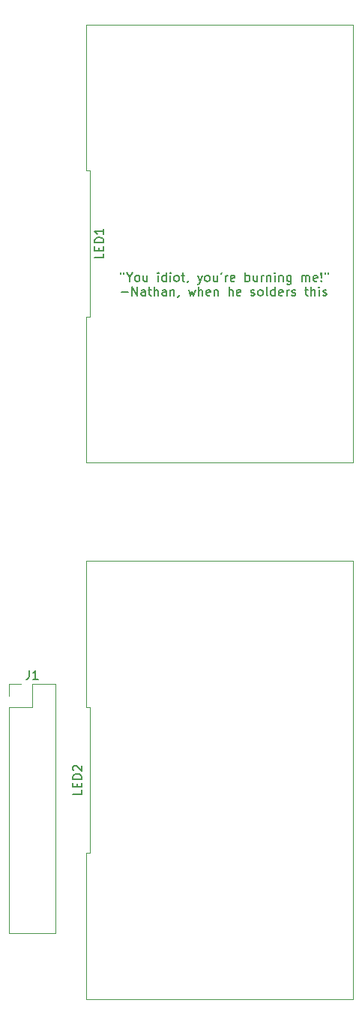
<source format=gbr>
%TF.GenerationSoftware,KiCad,Pcbnew,7.0.1*%
%TF.CreationDate,2023-03-17T17:08:37-04:00*%
%TF.ProjectId,ticker,7469636b-6572-42e6-9b69-6361645f7063,rev?*%
%TF.SameCoordinates,Original*%
%TF.FileFunction,Legend,Top*%
%TF.FilePolarity,Positive*%
%FSLAX46Y46*%
G04 Gerber Fmt 4.6, Leading zero omitted, Abs format (unit mm)*
G04 Created by KiCad (PCBNEW 7.0.1) date 2023-03-17 17:08:37*
%MOMM*%
%LPD*%
G01*
G04 APERTURE LIST*
%ADD10C,0.150000*%
%ADD11C,0.120000*%
G04 APERTURE END LIST*
D10*
X138790476Y-72257619D02*
X138790476Y-72448095D01*
X139171428Y-72257619D02*
X139171428Y-72448095D01*
X139790476Y-72781428D02*
X139790476Y-73257619D01*
X139457143Y-72257619D02*
X139790476Y-72781428D01*
X139790476Y-72781428D02*
X140123809Y-72257619D01*
X140600000Y-73257619D02*
X140504762Y-73210000D01*
X140504762Y-73210000D02*
X140457143Y-73162380D01*
X140457143Y-73162380D02*
X140409524Y-73067142D01*
X140409524Y-73067142D02*
X140409524Y-72781428D01*
X140409524Y-72781428D02*
X140457143Y-72686190D01*
X140457143Y-72686190D02*
X140504762Y-72638571D01*
X140504762Y-72638571D02*
X140600000Y-72590952D01*
X140600000Y-72590952D02*
X140742857Y-72590952D01*
X140742857Y-72590952D02*
X140838095Y-72638571D01*
X140838095Y-72638571D02*
X140885714Y-72686190D01*
X140885714Y-72686190D02*
X140933333Y-72781428D01*
X140933333Y-72781428D02*
X140933333Y-73067142D01*
X140933333Y-73067142D02*
X140885714Y-73162380D01*
X140885714Y-73162380D02*
X140838095Y-73210000D01*
X140838095Y-73210000D02*
X140742857Y-73257619D01*
X140742857Y-73257619D02*
X140600000Y-73257619D01*
X141790476Y-72590952D02*
X141790476Y-73257619D01*
X141361905Y-72590952D02*
X141361905Y-73114761D01*
X141361905Y-73114761D02*
X141409524Y-73210000D01*
X141409524Y-73210000D02*
X141504762Y-73257619D01*
X141504762Y-73257619D02*
X141647619Y-73257619D01*
X141647619Y-73257619D02*
X141742857Y-73210000D01*
X141742857Y-73210000D02*
X141790476Y-73162380D01*
X143028572Y-73257619D02*
X143028572Y-72590952D01*
X143028572Y-72257619D02*
X142980953Y-72305238D01*
X142980953Y-72305238D02*
X143028572Y-72352857D01*
X143028572Y-72352857D02*
X143076191Y-72305238D01*
X143076191Y-72305238D02*
X143028572Y-72257619D01*
X143028572Y-72257619D02*
X143028572Y-72352857D01*
X143933333Y-73257619D02*
X143933333Y-72257619D01*
X143933333Y-73210000D02*
X143838095Y-73257619D01*
X143838095Y-73257619D02*
X143647619Y-73257619D01*
X143647619Y-73257619D02*
X143552381Y-73210000D01*
X143552381Y-73210000D02*
X143504762Y-73162380D01*
X143504762Y-73162380D02*
X143457143Y-73067142D01*
X143457143Y-73067142D02*
X143457143Y-72781428D01*
X143457143Y-72781428D02*
X143504762Y-72686190D01*
X143504762Y-72686190D02*
X143552381Y-72638571D01*
X143552381Y-72638571D02*
X143647619Y-72590952D01*
X143647619Y-72590952D02*
X143838095Y-72590952D01*
X143838095Y-72590952D02*
X143933333Y-72638571D01*
X144409524Y-73257619D02*
X144409524Y-72590952D01*
X144409524Y-72257619D02*
X144361905Y-72305238D01*
X144361905Y-72305238D02*
X144409524Y-72352857D01*
X144409524Y-72352857D02*
X144457143Y-72305238D01*
X144457143Y-72305238D02*
X144409524Y-72257619D01*
X144409524Y-72257619D02*
X144409524Y-72352857D01*
X145028571Y-73257619D02*
X144933333Y-73210000D01*
X144933333Y-73210000D02*
X144885714Y-73162380D01*
X144885714Y-73162380D02*
X144838095Y-73067142D01*
X144838095Y-73067142D02*
X144838095Y-72781428D01*
X144838095Y-72781428D02*
X144885714Y-72686190D01*
X144885714Y-72686190D02*
X144933333Y-72638571D01*
X144933333Y-72638571D02*
X145028571Y-72590952D01*
X145028571Y-72590952D02*
X145171428Y-72590952D01*
X145171428Y-72590952D02*
X145266666Y-72638571D01*
X145266666Y-72638571D02*
X145314285Y-72686190D01*
X145314285Y-72686190D02*
X145361904Y-72781428D01*
X145361904Y-72781428D02*
X145361904Y-73067142D01*
X145361904Y-73067142D02*
X145314285Y-73162380D01*
X145314285Y-73162380D02*
X145266666Y-73210000D01*
X145266666Y-73210000D02*
X145171428Y-73257619D01*
X145171428Y-73257619D02*
X145028571Y-73257619D01*
X145647619Y-72590952D02*
X146028571Y-72590952D01*
X145790476Y-72257619D02*
X145790476Y-73114761D01*
X145790476Y-73114761D02*
X145838095Y-73210000D01*
X145838095Y-73210000D02*
X145933333Y-73257619D01*
X145933333Y-73257619D02*
X146028571Y-73257619D01*
X146409524Y-73210000D02*
X146409524Y-73257619D01*
X146409524Y-73257619D02*
X146361905Y-73352857D01*
X146361905Y-73352857D02*
X146314286Y-73400476D01*
X147504762Y-72590952D02*
X147742857Y-73257619D01*
X147980952Y-72590952D02*
X147742857Y-73257619D01*
X147742857Y-73257619D02*
X147647619Y-73495714D01*
X147647619Y-73495714D02*
X147600000Y-73543333D01*
X147600000Y-73543333D02*
X147504762Y-73590952D01*
X148504762Y-73257619D02*
X148409524Y-73210000D01*
X148409524Y-73210000D02*
X148361905Y-73162380D01*
X148361905Y-73162380D02*
X148314286Y-73067142D01*
X148314286Y-73067142D02*
X148314286Y-72781428D01*
X148314286Y-72781428D02*
X148361905Y-72686190D01*
X148361905Y-72686190D02*
X148409524Y-72638571D01*
X148409524Y-72638571D02*
X148504762Y-72590952D01*
X148504762Y-72590952D02*
X148647619Y-72590952D01*
X148647619Y-72590952D02*
X148742857Y-72638571D01*
X148742857Y-72638571D02*
X148790476Y-72686190D01*
X148790476Y-72686190D02*
X148838095Y-72781428D01*
X148838095Y-72781428D02*
X148838095Y-73067142D01*
X148838095Y-73067142D02*
X148790476Y-73162380D01*
X148790476Y-73162380D02*
X148742857Y-73210000D01*
X148742857Y-73210000D02*
X148647619Y-73257619D01*
X148647619Y-73257619D02*
X148504762Y-73257619D01*
X149695238Y-72590952D02*
X149695238Y-73257619D01*
X149266667Y-72590952D02*
X149266667Y-73114761D01*
X149266667Y-73114761D02*
X149314286Y-73210000D01*
X149314286Y-73210000D02*
X149409524Y-73257619D01*
X149409524Y-73257619D02*
X149552381Y-73257619D01*
X149552381Y-73257619D02*
X149647619Y-73210000D01*
X149647619Y-73210000D02*
X149695238Y-73162380D01*
X150219048Y-72257619D02*
X150123810Y-72448095D01*
X150647619Y-73257619D02*
X150647619Y-72590952D01*
X150647619Y-72781428D02*
X150695238Y-72686190D01*
X150695238Y-72686190D02*
X150742857Y-72638571D01*
X150742857Y-72638571D02*
X150838095Y-72590952D01*
X150838095Y-72590952D02*
X150933333Y-72590952D01*
X151647619Y-73210000D02*
X151552381Y-73257619D01*
X151552381Y-73257619D02*
X151361905Y-73257619D01*
X151361905Y-73257619D02*
X151266667Y-73210000D01*
X151266667Y-73210000D02*
X151219048Y-73114761D01*
X151219048Y-73114761D02*
X151219048Y-72733809D01*
X151219048Y-72733809D02*
X151266667Y-72638571D01*
X151266667Y-72638571D02*
X151361905Y-72590952D01*
X151361905Y-72590952D02*
X151552381Y-72590952D01*
X151552381Y-72590952D02*
X151647619Y-72638571D01*
X151647619Y-72638571D02*
X151695238Y-72733809D01*
X151695238Y-72733809D02*
X151695238Y-72829047D01*
X151695238Y-72829047D02*
X151219048Y-72924285D01*
X152885715Y-73257619D02*
X152885715Y-72257619D01*
X152885715Y-72638571D02*
X152980953Y-72590952D01*
X152980953Y-72590952D02*
X153171429Y-72590952D01*
X153171429Y-72590952D02*
X153266667Y-72638571D01*
X153266667Y-72638571D02*
X153314286Y-72686190D01*
X153314286Y-72686190D02*
X153361905Y-72781428D01*
X153361905Y-72781428D02*
X153361905Y-73067142D01*
X153361905Y-73067142D02*
X153314286Y-73162380D01*
X153314286Y-73162380D02*
X153266667Y-73210000D01*
X153266667Y-73210000D02*
X153171429Y-73257619D01*
X153171429Y-73257619D02*
X152980953Y-73257619D01*
X152980953Y-73257619D02*
X152885715Y-73210000D01*
X154219048Y-72590952D02*
X154219048Y-73257619D01*
X153790477Y-72590952D02*
X153790477Y-73114761D01*
X153790477Y-73114761D02*
X153838096Y-73210000D01*
X153838096Y-73210000D02*
X153933334Y-73257619D01*
X153933334Y-73257619D02*
X154076191Y-73257619D01*
X154076191Y-73257619D02*
X154171429Y-73210000D01*
X154171429Y-73210000D02*
X154219048Y-73162380D01*
X154695239Y-73257619D02*
X154695239Y-72590952D01*
X154695239Y-72781428D02*
X154742858Y-72686190D01*
X154742858Y-72686190D02*
X154790477Y-72638571D01*
X154790477Y-72638571D02*
X154885715Y-72590952D01*
X154885715Y-72590952D02*
X154980953Y-72590952D01*
X155314287Y-72590952D02*
X155314287Y-73257619D01*
X155314287Y-72686190D02*
X155361906Y-72638571D01*
X155361906Y-72638571D02*
X155457144Y-72590952D01*
X155457144Y-72590952D02*
X155600001Y-72590952D01*
X155600001Y-72590952D02*
X155695239Y-72638571D01*
X155695239Y-72638571D02*
X155742858Y-72733809D01*
X155742858Y-72733809D02*
X155742858Y-73257619D01*
X156219049Y-73257619D02*
X156219049Y-72590952D01*
X156219049Y-72257619D02*
X156171430Y-72305238D01*
X156171430Y-72305238D02*
X156219049Y-72352857D01*
X156219049Y-72352857D02*
X156266668Y-72305238D01*
X156266668Y-72305238D02*
X156219049Y-72257619D01*
X156219049Y-72257619D02*
X156219049Y-72352857D01*
X156695239Y-72590952D02*
X156695239Y-73257619D01*
X156695239Y-72686190D02*
X156742858Y-72638571D01*
X156742858Y-72638571D02*
X156838096Y-72590952D01*
X156838096Y-72590952D02*
X156980953Y-72590952D01*
X156980953Y-72590952D02*
X157076191Y-72638571D01*
X157076191Y-72638571D02*
X157123810Y-72733809D01*
X157123810Y-72733809D02*
X157123810Y-73257619D01*
X158028572Y-72590952D02*
X158028572Y-73400476D01*
X158028572Y-73400476D02*
X157980953Y-73495714D01*
X157980953Y-73495714D02*
X157933334Y-73543333D01*
X157933334Y-73543333D02*
X157838096Y-73590952D01*
X157838096Y-73590952D02*
X157695239Y-73590952D01*
X157695239Y-73590952D02*
X157600001Y-73543333D01*
X158028572Y-73210000D02*
X157933334Y-73257619D01*
X157933334Y-73257619D02*
X157742858Y-73257619D01*
X157742858Y-73257619D02*
X157647620Y-73210000D01*
X157647620Y-73210000D02*
X157600001Y-73162380D01*
X157600001Y-73162380D02*
X157552382Y-73067142D01*
X157552382Y-73067142D02*
X157552382Y-72781428D01*
X157552382Y-72781428D02*
X157600001Y-72686190D01*
X157600001Y-72686190D02*
X157647620Y-72638571D01*
X157647620Y-72638571D02*
X157742858Y-72590952D01*
X157742858Y-72590952D02*
X157933334Y-72590952D01*
X157933334Y-72590952D02*
X158028572Y-72638571D01*
X159266668Y-73257619D02*
X159266668Y-72590952D01*
X159266668Y-72686190D02*
X159314287Y-72638571D01*
X159314287Y-72638571D02*
X159409525Y-72590952D01*
X159409525Y-72590952D02*
X159552382Y-72590952D01*
X159552382Y-72590952D02*
X159647620Y-72638571D01*
X159647620Y-72638571D02*
X159695239Y-72733809D01*
X159695239Y-72733809D02*
X159695239Y-73257619D01*
X159695239Y-72733809D02*
X159742858Y-72638571D01*
X159742858Y-72638571D02*
X159838096Y-72590952D01*
X159838096Y-72590952D02*
X159980953Y-72590952D01*
X159980953Y-72590952D02*
X160076192Y-72638571D01*
X160076192Y-72638571D02*
X160123811Y-72733809D01*
X160123811Y-72733809D02*
X160123811Y-73257619D01*
X160980953Y-73210000D02*
X160885715Y-73257619D01*
X160885715Y-73257619D02*
X160695239Y-73257619D01*
X160695239Y-73257619D02*
X160600001Y-73210000D01*
X160600001Y-73210000D02*
X160552382Y-73114761D01*
X160552382Y-73114761D02*
X160552382Y-72733809D01*
X160552382Y-72733809D02*
X160600001Y-72638571D01*
X160600001Y-72638571D02*
X160695239Y-72590952D01*
X160695239Y-72590952D02*
X160885715Y-72590952D01*
X160885715Y-72590952D02*
X160980953Y-72638571D01*
X160980953Y-72638571D02*
X161028572Y-72733809D01*
X161028572Y-72733809D02*
X161028572Y-72829047D01*
X161028572Y-72829047D02*
X160552382Y-72924285D01*
X161457144Y-73162380D02*
X161504763Y-73210000D01*
X161504763Y-73210000D02*
X161457144Y-73257619D01*
X161457144Y-73257619D02*
X161409525Y-73210000D01*
X161409525Y-73210000D02*
X161457144Y-73162380D01*
X161457144Y-73162380D02*
X161457144Y-73257619D01*
X161457144Y-72876666D02*
X161409525Y-72305238D01*
X161409525Y-72305238D02*
X161457144Y-72257619D01*
X161457144Y-72257619D02*
X161504763Y-72305238D01*
X161504763Y-72305238D02*
X161457144Y-72876666D01*
X161457144Y-72876666D02*
X161457144Y-72257619D01*
X161885715Y-72257619D02*
X161885715Y-72448095D01*
X162266667Y-72257619D02*
X162266667Y-72448095D01*
X138838095Y-74496666D02*
X139600000Y-74496666D01*
X140076190Y-74877619D02*
X140076190Y-73877619D01*
X140076190Y-73877619D02*
X140647618Y-74877619D01*
X140647618Y-74877619D02*
X140647618Y-73877619D01*
X141552380Y-74877619D02*
X141552380Y-74353809D01*
X141552380Y-74353809D02*
X141504761Y-74258571D01*
X141504761Y-74258571D02*
X141409523Y-74210952D01*
X141409523Y-74210952D02*
X141219047Y-74210952D01*
X141219047Y-74210952D02*
X141123809Y-74258571D01*
X141552380Y-74830000D02*
X141457142Y-74877619D01*
X141457142Y-74877619D02*
X141219047Y-74877619D01*
X141219047Y-74877619D02*
X141123809Y-74830000D01*
X141123809Y-74830000D02*
X141076190Y-74734761D01*
X141076190Y-74734761D02*
X141076190Y-74639523D01*
X141076190Y-74639523D02*
X141123809Y-74544285D01*
X141123809Y-74544285D02*
X141219047Y-74496666D01*
X141219047Y-74496666D02*
X141457142Y-74496666D01*
X141457142Y-74496666D02*
X141552380Y-74449047D01*
X141885714Y-74210952D02*
X142266666Y-74210952D01*
X142028571Y-73877619D02*
X142028571Y-74734761D01*
X142028571Y-74734761D02*
X142076190Y-74830000D01*
X142076190Y-74830000D02*
X142171428Y-74877619D01*
X142171428Y-74877619D02*
X142266666Y-74877619D01*
X142600000Y-74877619D02*
X142600000Y-73877619D01*
X143028571Y-74877619D02*
X143028571Y-74353809D01*
X143028571Y-74353809D02*
X142980952Y-74258571D01*
X142980952Y-74258571D02*
X142885714Y-74210952D01*
X142885714Y-74210952D02*
X142742857Y-74210952D01*
X142742857Y-74210952D02*
X142647619Y-74258571D01*
X142647619Y-74258571D02*
X142600000Y-74306190D01*
X143933333Y-74877619D02*
X143933333Y-74353809D01*
X143933333Y-74353809D02*
X143885714Y-74258571D01*
X143885714Y-74258571D02*
X143790476Y-74210952D01*
X143790476Y-74210952D02*
X143600000Y-74210952D01*
X143600000Y-74210952D02*
X143504762Y-74258571D01*
X143933333Y-74830000D02*
X143838095Y-74877619D01*
X143838095Y-74877619D02*
X143600000Y-74877619D01*
X143600000Y-74877619D02*
X143504762Y-74830000D01*
X143504762Y-74830000D02*
X143457143Y-74734761D01*
X143457143Y-74734761D02*
X143457143Y-74639523D01*
X143457143Y-74639523D02*
X143504762Y-74544285D01*
X143504762Y-74544285D02*
X143600000Y-74496666D01*
X143600000Y-74496666D02*
X143838095Y-74496666D01*
X143838095Y-74496666D02*
X143933333Y-74449047D01*
X144409524Y-74210952D02*
X144409524Y-74877619D01*
X144409524Y-74306190D02*
X144457143Y-74258571D01*
X144457143Y-74258571D02*
X144552381Y-74210952D01*
X144552381Y-74210952D02*
X144695238Y-74210952D01*
X144695238Y-74210952D02*
X144790476Y-74258571D01*
X144790476Y-74258571D02*
X144838095Y-74353809D01*
X144838095Y-74353809D02*
X144838095Y-74877619D01*
X145361905Y-74830000D02*
X145361905Y-74877619D01*
X145361905Y-74877619D02*
X145314286Y-74972857D01*
X145314286Y-74972857D02*
X145266667Y-75020476D01*
X146457143Y-74210952D02*
X146647619Y-74877619D01*
X146647619Y-74877619D02*
X146838095Y-74401428D01*
X146838095Y-74401428D02*
X147028571Y-74877619D01*
X147028571Y-74877619D02*
X147219047Y-74210952D01*
X147600000Y-74877619D02*
X147600000Y-73877619D01*
X148028571Y-74877619D02*
X148028571Y-74353809D01*
X148028571Y-74353809D02*
X147980952Y-74258571D01*
X147980952Y-74258571D02*
X147885714Y-74210952D01*
X147885714Y-74210952D02*
X147742857Y-74210952D01*
X147742857Y-74210952D02*
X147647619Y-74258571D01*
X147647619Y-74258571D02*
X147600000Y-74306190D01*
X148885714Y-74830000D02*
X148790476Y-74877619D01*
X148790476Y-74877619D02*
X148600000Y-74877619D01*
X148600000Y-74877619D02*
X148504762Y-74830000D01*
X148504762Y-74830000D02*
X148457143Y-74734761D01*
X148457143Y-74734761D02*
X148457143Y-74353809D01*
X148457143Y-74353809D02*
X148504762Y-74258571D01*
X148504762Y-74258571D02*
X148600000Y-74210952D01*
X148600000Y-74210952D02*
X148790476Y-74210952D01*
X148790476Y-74210952D02*
X148885714Y-74258571D01*
X148885714Y-74258571D02*
X148933333Y-74353809D01*
X148933333Y-74353809D02*
X148933333Y-74449047D01*
X148933333Y-74449047D02*
X148457143Y-74544285D01*
X149361905Y-74210952D02*
X149361905Y-74877619D01*
X149361905Y-74306190D02*
X149409524Y-74258571D01*
X149409524Y-74258571D02*
X149504762Y-74210952D01*
X149504762Y-74210952D02*
X149647619Y-74210952D01*
X149647619Y-74210952D02*
X149742857Y-74258571D01*
X149742857Y-74258571D02*
X149790476Y-74353809D01*
X149790476Y-74353809D02*
X149790476Y-74877619D01*
X151028572Y-74877619D02*
X151028572Y-73877619D01*
X151457143Y-74877619D02*
X151457143Y-74353809D01*
X151457143Y-74353809D02*
X151409524Y-74258571D01*
X151409524Y-74258571D02*
X151314286Y-74210952D01*
X151314286Y-74210952D02*
X151171429Y-74210952D01*
X151171429Y-74210952D02*
X151076191Y-74258571D01*
X151076191Y-74258571D02*
X151028572Y-74306190D01*
X152314286Y-74830000D02*
X152219048Y-74877619D01*
X152219048Y-74877619D02*
X152028572Y-74877619D01*
X152028572Y-74877619D02*
X151933334Y-74830000D01*
X151933334Y-74830000D02*
X151885715Y-74734761D01*
X151885715Y-74734761D02*
X151885715Y-74353809D01*
X151885715Y-74353809D02*
X151933334Y-74258571D01*
X151933334Y-74258571D02*
X152028572Y-74210952D01*
X152028572Y-74210952D02*
X152219048Y-74210952D01*
X152219048Y-74210952D02*
X152314286Y-74258571D01*
X152314286Y-74258571D02*
X152361905Y-74353809D01*
X152361905Y-74353809D02*
X152361905Y-74449047D01*
X152361905Y-74449047D02*
X151885715Y-74544285D01*
X153504763Y-74830000D02*
X153600001Y-74877619D01*
X153600001Y-74877619D02*
X153790477Y-74877619D01*
X153790477Y-74877619D02*
X153885715Y-74830000D01*
X153885715Y-74830000D02*
X153933334Y-74734761D01*
X153933334Y-74734761D02*
X153933334Y-74687142D01*
X153933334Y-74687142D02*
X153885715Y-74591904D01*
X153885715Y-74591904D02*
X153790477Y-74544285D01*
X153790477Y-74544285D02*
X153647620Y-74544285D01*
X153647620Y-74544285D02*
X153552382Y-74496666D01*
X153552382Y-74496666D02*
X153504763Y-74401428D01*
X153504763Y-74401428D02*
X153504763Y-74353809D01*
X153504763Y-74353809D02*
X153552382Y-74258571D01*
X153552382Y-74258571D02*
X153647620Y-74210952D01*
X153647620Y-74210952D02*
X153790477Y-74210952D01*
X153790477Y-74210952D02*
X153885715Y-74258571D01*
X154504763Y-74877619D02*
X154409525Y-74830000D01*
X154409525Y-74830000D02*
X154361906Y-74782380D01*
X154361906Y-74782380D02*
X154314287Y-74687142D01*
X154314287Y-74687142D02*
X154314287Y-74401428D01*
X154314287Y-74401428D02*
X154361906Y-74306190D01*
X154361906Y-74306190D02*
X154409525Y-74258571D01*
X154409525Y-74258571D02*
X154504763Y-74210952D01*
X154504763Y-74210952D02*
X154647620Y-74210952D01*
X154647620Y-74210952D02*
X154742858Y-74258571D01*
X154742858Y-74258571D02*
X154790477Y-74306190D01*
X154790477Y-74306190D02*
X154838096Y-74401428D01*
X154838096Y-74401428D02*
X154838096Y-74687142D01*
X154838096Y-74687142D02*
X154790477Y-74782380D01*
X154790477Y-74782380D02*
X154742858Y-74830000D01*
X154742858Y-74830000D02*
X154647620Y-74877619D01*
X154647620Y-74877619D02*
X154504763Y-74877619D01*
X155409525Y-74877619D02*
X155314287Y-74830000D01*
X155314287Y-74830000D02*
X155266668Y-74734761D01*
X155266668Y-74734761D02*
X155266668Y-73877619D01*
X156219049Y-74877619D02*
X156219049Y-73877619D01*
X156219049Y-74830000D02*
X156123811Y-74877619D01*
X156123811Y-74877619D02*
X155933335Y-74877619D01*
X155933335Y-74877619D02*
X155838097Y-74830000D01*
X155838097Y-74830000D02*
X155790478Y-74782380D01*
X155790478Y-74782380D02*
X155742859Y-74687142D01*
X155742859Y-74687142D02*
X155742859Y-74401428D01*
X155742859Y-74401428D02*
X155790478Y-74306190D01*
X155790478Y-74306190D02*
X155838097Y-74258571D01*
X155838097Y-74258571D02*
X155933335Y-74210952D01*
X155933335Y-74210952D02*
X156123811Y-74210952D01*
X156123811Y-74210952D02*
X156219049Y-74258571D01*
X157076192Y-74830000D02*
X156980954Y-74877619D01*
X156980954Y-74877619D02*
X156790478Y-74877619D01*
X156790478Y-74877619D02*
X156695240Y-74830000D01*
X156695240Y-74830000D02*
X156647621Y-74734761D01*
X156647621Y-74734761D02*
X156647621Y-74353809D01*
X156647621Y-74353809D02*
X156695240Y-74258571D01*
X156695240Y-74258571D02*
X156790478Y-74210952D01*
X156790478Y-74210952D02*
X156980954Y-74210952D01*
X156980954Y-74210952D02*
X157076192Y-74258571D01*
X157076192Y-74258571D02*
X157123811Y-74353809D01*
X157123811Y-74353809D02*
X157123811Y-74449047D01*
X157123811Y-74449047D02*
X156647621Y-74544285D01*
X157552383Y-74877619D02*
X157552383Y-74210952D01*
X157552383Y-74401428D02*
X157600002Y-74306190D01*
X157600002Y-74306190D02*
X157647621Y-74258571D01*
X157647621Y-74258571D02*
X157742859Y-74210952D01*
X157742859Y-74210952D02*
X157838097Y-74210952D01*
X158123812Y-74830000D02*
X158219050Y-74877619D01*
X158219050Y-74877619D02*
X158409526Y-74877619D01*
X158409526Y-74877619D02*
X158504764Y-74830000D01*
X158504764Y-74830000D02*
X158552383Y-74734761D01*
X158552383Y-74734761D02*
X158552383Y-74687142D01*
X158552383Y-74687142D02*
X158504764Y-74591904D01*
X158504764Y-74591904D02*
X158409526Y-74544285D01*
X158409526Y-74544285D02*
X158266669Y-74544285D01*
X158266669Y-74544285D02*
X158171431Y-74496666D01*
X158171431Y-74496666D02*
X158123812Y-74401428D01*
X158123812Y-74401428D02*
X158123812Y-74353809D01*
X158123812Y-74353809D02*
X158171431Y-74258571D01*
X158171431Y-74258571D02*
X158266669Y-74210952D01*
X158266669Y-74210952D02*
X158409526Y-74210952D01*
X158409526Y-74210952D02*
X158504764Y-74258571D01*
X159600003Y-74210952D02*
X159980955Y-74210952D01*
X159742860Y-73877619D02*
X159742860Y-74734761D01*
X159742860Y-74734761D02*
X159790479Y-74830000D01*
X159790479Y-74830000D02*
X159885717Y-74877619D01*
X159885717Y-74877619D02*
X159980955Y-74877619D01*
X160314289Y-74877619D02*
X160314289Y-73877619D01*
X160742860Y-74877619D02*
X160742860Y-74353809D01*
X160742860Y-74353809D02*
X160695241Y-74258571D01*
X160695241Y-74258571D02*
X160600003Y-74210952D01*
X160600003Y-74210952D02*
X160457146Y-74210952D01*
X160457146Y-74210952D02*
X160361908Y-74258571D01*
X160361908Y-74258571D02*
X160314289Y-74306190D01*
X161219051Y-74877619D02*
X161219051Y-74210952D01*
X161219051Y-73877619D02*
X161171432Y-73925238D01*
X161171432Y-73925238D02*
X161219051Y-73972857D01*
X161219051Y-73972857D02*
X161266670Y-73925238D01*
X161266670Y-73925238D02*
X161219051Y-73877619D01*
X161219051Y-73877619D02*
X161219051Y-73972857D01*
X161647622Y-74830000D02*
X161742860Y-74877619D01*
X161742860Y-74877619D02*
X161933336Y-74877619D01*
X161933336Y-74877619D02*
X162028574Y-74830000D01*
X162028574Y-74830000D02*
X162076193Y-74734761D01*
X162076193Y-74734761D02*
X162076193Y-74687142D01*
X162076193Y-74687142D02*
X162028574Y-74591904D01*
X162028574Y-74591904D02*
X161933336Y-74544285D01*
X161933336Y-74544285D02*
X161790479Y-74544285D01*
X161790479Y-74544285D02*
X161695241Y-74496666D01*
X161695241Y-74496666D02*
X161647622Y-74401428D01*
X161647622Y-74401428D02*
X161647622Y-74353809D01*
X161647622Y-74353809D02*
X161695241Y-74258571D01*
X161695241Y-74258571D02*
X161790479Y-74210952D01*
X161790479Y-74210952D02*
X161933336Y-74210952D01*
X161933336Y-74210952D02*
X162028574Y-74258571D01*
%TO.C,J1*%
X128461666Y-117132619D02*
X128461666Y-117846904D01*
X128461666Y-117846904D02*
X128414047Y-117989761D01*
X128414047Y-117989761D02*
X128318809Y-118085000D01*
X128318809Y-118085000D02*
X128175952Y-118132619D01*
X128175952Y-118132619D02*
X128080714Y-118132619D01*
X129461666Y-118132619D02*
X128890238Y-118132619D01*
X129175952Y-118132619D02*
X129175952Y-117132619D01*
X129175952Y-117132619D02*
X129080714Y-117275476D01*
X129080714Y-117275476D02*
X128985476Y-117370714D01*
X128985476Y-117370714D02*
X128890238Y-117418333D01*
%TO.C,LED1*%
X136862619Y-70119047D02*
X136862619Y-70595237D01*
X136862619Y-70595237D02*
X135862619Y-70595237D01*
X136338809Y-69785713D02*
X136338809Y-69452380D01*
X136862619Y-69309523D02*
X136862619Y-69785713D01*
X136862619Y-69785713D02*
X135862619Y-69785713D01*
X135862619Y-69785713D02*
X135862619Y-69309523D01*
X136862619Y-68880951D02*
X135862619Y-68880951D01*
X135862619Y-68880951D02*
X135862619Y-68642856D01*
X135862619Y-68642856D02*
X135910238Y-68499999D01*
X135910238Y-68499999D02*
X136005476Y-68404761D01*
X136005476Y-68404761D02*
X136100714Y-68357142D01*
X136100714Y-68357142D02*
X136291190Y-68309523D01*
X136291190Y-68309523D02*
X136434047Y-68309523D01*
X136434047Y-68309523D02*
X136624523Y-68357142D01*
X136624523Y-68357142D02*
X136719761Y-68404761D01*
X136719761Y-68404761D02*
X136815000Y-68499999D01*
X136815000Y-68499999D02*
X136862619Y-68642856D01*
X136862619Y-68642856D02*
X136862619Y-68880951D01*
X136862619Y-67357142D02*
X136862619Y-67928570D01*
X136862619Y-67642856D02*
X135862619Y-67642856D01*
X135862619Y-67642856D02*
X136005476Y-67738094D01*
X136005476Y-67738094D02*
X136100714Y-67833332D01*
X136100714Y-67833332D02*
X136148333Y-67928570D01*
%TO.C,LED2*%
X134392619Y-130619047D02*
X134392619Y-131095237D01*
X134392619Y-131095237D02*
X133392619Y-131095237D01*
X133868809Y-130285713D02*
X133868809Y-129952380D01*
X134392619Y-129809523D02*
X134392619Y-130285713D01*
X134392619Y-130285713D02*
X133392619Y-130285713D01*
X133392619Y-130285713D02*
X133392619Y-129809523D01*
X134392619Y-129380951D02*
X133392619Y-129380951D01*
X133392619Y-129380951D02*
X133392619Y-129142856D01*
X133392619Y-129142856D02*
X133440238Y-128999999D01*
X133440238Y-128999999D02*
X133535476Y-128904761D01*
X133535476Y-128904761D02*
X133630714Y-128857142D01*
X133630714Y-128857142D02*
X133821190Y-128809523D01*
X133821190Y-128809523D02*
X133964047Y-128809523D01*
X133964047Y-128809523D02*
X134154523Y-128857142D01*
X134154523Y-128857142D02*
X134249761Y-128904761D01*
X134249761Y-128904761D02*
X134345000Y-128999999D01*
X134345000Y-128999999D02*
X134392619Y-129142856D01*
X134392619Y-129142856D02*
X134392619Y-129380951D01*
X133487857Y-128428570D02*
X133440238Y-128380951D01*
X133440238Y-128380951D02*
X133392619Y-128285713D01*
X133392619Y-128285713D02*
X133392619Y-128047618D01*
X133392619Y-128047618D02*
X133440238Y-127952380D01*
X133440238Y-127952380D02*
X133487857Y-127904761D01*
X133487857Y-127904761D02*
X133583095Y-127857142D01*
X133583095Y-127857142D02*
X133678333Y-127857142D01*
X133678333Y-127857142D02*
X133821190Y-127904761D01*
X133821190Y-127904761D02*
X134392619Y-128476189D01*
X134392619Y-128476189D02*
X134392619Y-127857142D01*
D11*
%TO.C,J1*%
X128795000Y-118670000D02*
X131395000Y-118670000D01*
X131395000Y-118670000D02*
X131395000Y-146730000D01*
X126195000Y-118670000D02*
X127525000Y-118670000D01*
X126195000Y-120000000D02*
X126195000Y-118670000D01*
X128795000Y-121270000D02*
X128795000Y-118670000D01*
X126195000Y-146730000D02*
X131395000Y-146730000D01*
X126195000Y-121270000D02*
X126195000Y-146730000D01*
X126195000Y-121270000D02*
X128795000Y-121270000D01*
%TO.C,LED1*%
X134930000Y-60766667D02*
X135290000Y-60766667D01*
X134930000Y-77233333D02*
X134930000Y-93700000D01*
X134930000Y-93700000D02*
X165069999Y-93700000D01*
X134930001Y-44300000D02*
X134930000Y-60766667D01*
X135290000Y-60766667D02*
X135290000Y-77233333D01*
X135290000Y-77233333D02*
X134930000Y-77233333D01*
X165069999Y-93700000D02*
X165070000Y-44300000D01*
X165070000Y-44300000D02*
X134930001Y-44300000D01*
%TO.C,LED2*%
X134930000Y-121266667D02*
X135290000Y-121266667D01*
X134930000Y-137733333D02*
X134930000Y-154200000D01*
X134930000Y-154200000D02*
X165069999Y-154200000D01*
X134930001Y-104800000D02*
X134930000Y-121266667D01*
X135290000Y-121266667D02*
X135290000Y-137733333D01*
X135290000Y-137733333D02*
X134930000Y-137733333D01*
X165069999Y-154200000D02*
X165070000Y-104800000D01*
X165070000Y-104800000D02*
X134930001Y-104800000D01*
%TD*%
M02*

</source>
